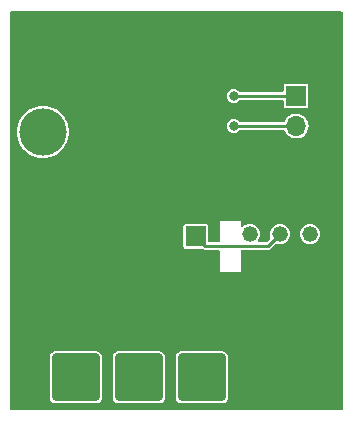
<source format=gbr>
G04 #@! TF.GenerationSoftware,KiCad,Pcbnew,(6.0.1)*
G04 #@! TF.CreationDate,2022-02-05T19:11:42-06:00*
G04 #@! TF.ProjectId,MCF8316A,4d434638-3331-4364-912e-6b696361645f,rev?*
G04 #@! TF.SameCoordinates,Original*
G04 #@! TF.FileFunction,Copper,L2,Bot*
G04 #@! TF.FilePolarity,Positive*
%FSLAX46Y46*%
G04 Gerber Fmt 4.6, Leading zero omitted, Abs format (unit mm)*
G04 Created by KiCad (PCBNEW (6.0.1)) date 2022-02-05 19:11:42*
%MOMM*%
%LPD*%
G01*
G04 APERTURE LIST*
G04 Aperture macros list*
%AMRoundRect*
0 Rectangle with rounded corners*
0 $1 Rounding radius*
0 $2 $3 $4 $5 $6 $7 $8 $9 X,Y pos of 4 corners*
0 Add a 4 corners polygon primitive as box body*
4,1,4,$2,$3,$4,$5,$6,$7,$8,$9,$2,$3,0*
0 Add four circle primitives for the rounded corners*
1,1,$1+$1,$2,$3*
1,1,$1+$1,$4,$5*
1,1,$1+$1,$6,$7*
1,1,$1+$1,$8,$9*
0 Add four rect primitives between the rounded corners*
20,1,$1+$1,$2,$3,$4,$5,0*
20,1,$1+$1,$4,$5,$6,$7,0*
20,1,$1+$1,$6,$7,$8,$9,0*
20,1,$1+$1,$8,$9,$2,$3,0*%
G04 Aperture macros list end*
G04 #@! TA.AperFunction,ComponentPad*
%ADD10RoundRect,0.250000X-1.750000X-1.750000X1.750000X-1.750000X1.750000X1.750000X-1.750000X1.750000X0*%
G04 #@! TD*
G04 #@! TA.AperFunction,ComponentPad*
%ADD11R,1.700000X1.700000*%
G04 #@! TD*
G04 #@! TA.AperFunction,ComponentPad*
%ADD12O,1.700000X1.700000*%
G04 #@! TD*
G04 #@! TA.AperFunction,ComponentPad*
%ADD13RoundRect,0.250000X-1.750000X1.750000X-1.750000X-1.750000X1.750000X-1.750000X1.750000X1.750000X0*%
G04 #@! TD*
G04 #@! TA.AperFunction,ComponentPad*
%ADD14C,4.000000*%
G04 #@! TD*
G04 #@! TA.AperFunction,ComponentPad*
%ADD15C,1.320800*%
G04 #@! TD*
G04 #@! TA.AperFunction,ViaPad*
%ADD16C,0.800000*%
G04 #@! TD*
G04 #@! TA.AperFunction,Conductor*
%ADD17C,0.250000*%
G04 #@! TD*
G04 APERTURE END LIST*
D10*
G04 #@! TO.P,J1,1,Pin_1*
G04 #@! TO.N,/A*
X146812000Y-116078000D03*
G04 #@! TD*
D11*
G04 #@! TO.P,J4,1,Pin_1*
G04 #@! TO.N,/SCL*
X165455600Y-92247800D03*
D12*
G04 #@! TO.P,J4,2,Pin_2*
G04 #@! TO.N,/SDA*
X165455600Y-94787800D03*
G04 #@! TD*
D13*
G04 #@! TO.P,J6,1,Pin_1*
G04 #@! TO.N,GND*
X144018000Y-88094000D03*
D14*
G04 #@! TO.P,J6,2,Pin_2*
G04 #@! TO.N,VDD*
X144018000Y-95294000D03*
G04 #@! TD*
D10*
G04 #@! TO.P,J2,1,Pin_1*
G04 #@! TO.N,/B*
X152146000Y-116078000D03*
G04 #@! TD*
G04 #@! TO.P,J3,1,Pin_1*
G04 #@! TO.N,/C*
X157480000Y-116078000D03*
G04 #@! TD*
D15*
G04 #@! TO.P,VR1,1,1*
G04 #@! TO.N,Net-(R1-Pad2)*
X166624000Y-103949500D03*
G04 #@! TO.P,VR1,2,2*
G04 #@! TO.N,/SPEED*
X164084000Y-103949500D03*
G04 #@! TO.P,VR1,3,3*
G04 #@! TO.N,+3V3*
X161544000Y-103949500D03*
G04 #@! TD*
D11*
G04 #@! TO.P,J5,1,Pin_1*
G04 #@! TO.N,/SPEED*
X156972000Y-104140000D03*
G04 #@! TD*
D16*
G04 #@! TO.N,GND*
X152146000Y-102743000D03*
X151384000Y-95453200D03*
X154813000Y-111760000D03*
X151003000Y-102743000D03*
X160985200Y-118262400D03*
X148082000Y-91694000D03*
X152146000Y-105918000D03*
X142621000Y-111379000D03*
X162204400Y-106578400D03*
X151003000Y-107061000D03*
X142621000Y-109016800D03*
X168910000Y-91846400D03*
X160172400Y-111607600D03*
X153670000Y-91186000D03*
X157988000Y-101854000D03*
X168808400Y-118211600D03*
X168554400Y-85852000D03*
X168960800Y-96977200D03*
X154127200Y-85547200D03*
X150977600Y-100380800D03*
X166928800Y-100076000D03*
X162255200Y-97383600D03*
X142646400Y-114249200D03*
X157632400Y-98958400D03*
X152654000Y-98044000D03*
X152146000Y-103886000D03*
X145034000Y-109016800D03*
X149479000Y-111760000D03*
X154686000Y-98196400D03*
X156514800Y-108610400D03*
X142595600Y-117957600D03*
X168910000Y-109626400D03*
X152146000Y-107061000D03*
X153289000Y-102743000D03*
X168910000Y-104495600D03*
X147574000Y-97840800D03*
X157937200Y-91084400D03*
X163880800Y-102412800D03*
X156159200Y-95605600D03*
X164134800Y-87426800D03*
X155194000Y-101092000D03*
X142240000Y-91440000D03*
X157835600Y-85598000D03*
X160528000Y-102108000D03*
X148640800Y-108254800D03*
X162204400Y-99568000D03*
X158292800Y-105918000D03*
X145084800Y-111252000D03*
X149479000Y-118364000D03*
X147066000Y-109677200D03*
X153289000Y-107061000D03*
X147777200Y-85648800D03*
X162102800Y-93472000D03*
X159512000Y-93472000D03*
X161899600Y-89763600D03*
X155448000Y-106172000D03*
X152146000Y-104902000D03*
X154813000Y-118364000D03*
G04 #@! TO.N,/SCL*
X160184500Y-92252800D03*
G04 #@! TO.N,/SDA*
X160184500Y-94787800D03*
G04 #@! TD*
D17*
G04 #@! TO.N,/SCL*
X160189500Y-92247800D02*
X165455600Y-92247800D01*
X160184500Y-92252800D02*
X160189500Y-92247800D01*
G04 #@! TO.N,/SDA*
X160184500Y-94787800D02*
X165455600Y-94787800D01*
G04 #@! TO.N,/SPEED*
X157766411Y-104934411D02*
X156972000Y-104140000D01*
X157766411Y-104934411D02*
X163099089Y-104934411D01*
X163099089Y-104934411D02*
X164084000Y-103949500D01*
G04 #@! TD*
G04 #@! TA.AperFunction,Conductor*
G04 #@! TO.N,GND*
G36*
X169360121Y-85110002D02*
G01*
X169406614Y-85163658D01*
X169418000Y-85216000D01*
X169418000Y-118746000D01*
X169397998Y-118814121D01*
X169344342Y-118860614D01*
X169292000Y-118872000D01*
X141350000Y-118872000D01*
X141281879Y-118851998D01*
X141235386Y-118798342D01*
X141224000Y-118746000D01*
X141224000Y-117881834D01*
X144611500Y-117881834D01*
X144614481Y-117913369D01*
X144659366Y-118041184D01*
X144664958Y-118048754D01*
X144664959Y-118048757D01*
X144727335Y-118133206D01*
X144739850Y-118150150D01*
X144747421Y-118155742D01*
X144841243Y-118225041D01*
X144841246Y-118225042D01*
X144848816Y-118230634D01*
X144976631Y-118275519D01*
X144984277Y-118276242D01*
X144984278Y-118276242D01*
X144990248Y-118276806D01*
X145008166Y-118278500D01*
X148615834Y-118278500D01*
X148633752Y-118276806D01*
X148639722Y-118276242D01*
X148639723Y-118276242D01*
X148647369Y-118275519D01*
X148775184Y-118230634D01*
X148782754Y-118225042D01*
X148782757Y-118225041D01*
X148876579Y-118155742D01*
X148884150Y-118150150D01*
X148896665Y-118133206D01*
X148959041Y-118048757D01*
X148959042Y-118048754D01*
X148964634Y-118041184D01*
X149009519Y-117913369D01*
X149012500Y-117881834D01*
X149945500Y-117881834D01*
X149948481Y-117913369D01*
X149993366Y-118041184D01*
X149998958Y-118048754D01*
X149998959Y-118048757D01*
X150061335Y-118133206D01*
X150073850Y-118150150D01*
X150081421Y-118155742D01*
X150175243Y-118225041D01*
X150175246Y-118225042D01*
X150182816Y-118230634D01*
X150310631Y-118275519D01*
X150318277Y-118276242D01*
X150318278Y-118276242D01*
X150324248Y-118276806D01*
X150342166Y-118278500D01*
X153949834Y-118278500D01*
X153967752Y-118276806D01*
X153973722Y-118276242D01*
X153973723Y-118276242D01*
X153981369Y-118275519D01*
X154109184Y-118230634D01*
X154116754Y-118225042D01*
X154116757Y-118225041D01*
X154210579Y-118155742D01*
X154218150Y-118150150D01*
X154230665Y-118133206D01*
X154293041Y-118048757D01*
X154293042Y-118048754D01*
X154298634Y-118041184D01*
X154343519Y-117913369D01*
X154346500Y-117881834D01*
X155279500Y-117881834D01*
X155282481Y-117913369D01*
X155327366Y-118041184D01*
X155332958Y-118048754D01*
X155332959Y-118048757D01*
X155395335Y-118133206D01*
X155407850Y-118150150D01*
X155415421Y-118155742D01*
X155509243Y-118225041D01*
X155509246Y-118225042D01*
X155516816Y-118230634D01*
X155644631Y-118275519D01*
X155652277Y-118276242D01*
X155652278Y-118276242D01*
X155658248Y-118276806D01*
X155676166Y-118278500D01*
X159283834Y-118278500D01*
X159301752Y-118276806D01*
X159307722Y-118276242D01*
X159307723Y-118276242D01*
X159315369Y-118275519D01*
X159443184Y-118230634D01*
X159450754Y-118225042D01*
X159450757Y-118225041D01*
X159544579Y-118155742D01*
X159552150Y-118150150D01*
X159564665Y-118133206D01*
X159627041Y-118048757D01*
X159627042Y-118048754D01*
X159632634Y-118041184D01*
X159677519Y-117913369D01*
X159680500Y-117881834D01*
X159680500Y-114274166D01*
X159677519Y-114242631D01*
X159632634Y-114114816D01*
X159627042Y-114107246D01*
X159627041Y-114107243D01*
X159557742Y-114013421D01*
X159552150Y-114005850D01*
X159535206Y-113993335D01*
X159450757Y-113930959D01*
X159450754Y-113930958D01*
X159443184Y-113925366D01*
X159315369Y-113880481D01*
X159307723Y-113879758D01*
X159307722Y-113879758D01*
X159301752Y-113879194D01*
X159283834Y-113877500D01*
X155676166Y-113877500D01*
X155658248Y-113879194D01*
X155652278Y-113879758D01*
X155652277Y-113879758D01*
X155644631Y-113880481D01*
X155516816Y-113925366D01*
X155509246Y-113930958D01*
X155509243Y-113930959D01*
X155424794Y-113993335D01*
X155407850Y-114005850D01*
X155402258Y-114013421D01*
X155332959Y-114107243D01*
X155332958Y-114107246D01*
X155327366Y-114114816D01*
X155282481Y-114242631D01*
X155279500Y-114274166D01*
X155279500Y-117881834D01*
X154346500Y-117881834D01*
X154346500Y-114274166D01*
X154343519Y-114242631D01*
X154298634Y-114114816D01*
X154293042Y-114107246D01*
X154293041Y-114107243D01*
X154223742Y-114013421D01*
X154218150Y-114005850D01*
X154201206Y-113993335D01*
X154116757Y-113930959D01*
X154116754Y-113930958D01*
X154109184Y-113925366D01*
X153981369Y-113880481D01*
X153973723Y-113879758D01*
X153973722Y-113879758D01*
X153967752Y-113879194D01*
X153949834Y-113877500D01*
X150342166Y-113877500D01*
X150324248Y-113879194D01*
X150318278Y-113879758D01*
X150318277Y-113879758D01*
X150310631Y-113880481D01*
X150182816Y-113925366D01*
X150175246Y-113930958D01*
X150175243Y-113930959D01*
X150090794Y-113993335D01*
X150073850Y-114005850D01*
X150068258Y-114013421D01*
X149998959Y-114107243D01*
X149998958Y-114107246D01*
X149993366Y-114114816D01*
X149948481Y-114242631D01*
X149945500Y-114274166D01*
X149945500Y-117881834D01*
X149012500Y-117881834D01*
X149012500Y-114274166D01*
X149009519Y-114242631D01*
X148964634Y-114114816D01*
X148959042Y-114107246D01*
X148959041Y-114107243D01*
X148889742Y-114013421D01*
X148884150Y-114005850D01*
X148867206Y-113993335D01*
X148782757Y-113930959D01*
X148782754Y-113930958D01*
X148775184Y-113925366D01*
X148647369Y-113880481D01*
X148639723Y-113879758D01*
X148639722Y-113879758D01*
X148633752Y-113879194D01*
X148615834Y-113877500D01*
X145008166Y-113877500D01*
X144990248Y-113879194D01*
X144984278Y-113879758D01*
X144984277Y-113879758D01*
X144976631Y-113880481D01*
X144848816Y-113925366D01*
X144841246Y-113930958D01*
X144841243Y-113930959D01*
X144756794Y-113993335D01*
X144739850Y-114005850D01*
X144734258Y-114013421D01*
X144664959Y-114107243D01*
X144664958Y-114107246D01*
X144659366Y-114114816D01*
X144614481Y-114242631D01*
X144611500Y-114274166D01*
X144611500Y-117881834D01*
X141224000Y-117881834D01*
X141224000Y-105009748D01*
X155921500Y-105009748D01*
X155933133Y-105068231D01*
X155977448Y-105134552D01*
X156043769Y-105178867D01*
X156055938Y-105181288D01*
X156055939Y-105181288D01*
X156087698Y-105187605D01*
X156102252Y-105190500D01*
X157524926Y-105190500D01*
X157597198Y-105213288D01*
X157626727Y-105233965D01*
X157637378Y-105236819D01*
X157640545Y-105238296D01*
X157643821Y-105239488D01*
X157653366Y-105244999D01*
X157687110Y-105250949D01*
X157690469Y-105251541D01*
X157701196Y-105253919D01*
X157737604Y-105263675D01*
X157748580Y-105262715D01*
X157748583Y-105262715D01*
X157775154Y-105260390D01*
X157786135Y-105259911D01*
X158878000Y-105259911D01*
X158946121Y-105279913D01*
X158992614Y-105333569D01*
X159004000Y-105385911D01*
X159004000Y-107188000D01*
X160782000Y-107188000D01*
X160782000Y-105385911D01*
X160802002Y-105317790D01*
X160855658Y-105271297D01*
X160908000Y-105259911D01*
X163079379Y-105259911D01*
X163090361Y-105260391D01*
X163116909Y-105262714D01*
X163116911Y-105262714D01*
X163127896Y-105263675D01*
X163164304Y-105253919D01*
X163175031Y-105251541D01*
X163178390Y-105250949D01*
X163212134Y-105244999D01*
X163221679Y-105239488D01*
X163224955Y-105238296D01*
X163228123Y-105236819D01*
X163238773Y-105233965D01*
X163269633Y-105212356D01*
X163278904Y-105206450D01*
X163301995Y-105193118D01*
X163311544Y-105187605D01*
X163335774Y-105158729D01*
X163343200Y-105150626D01*
X163690409Y-104803417D01*
X163752721Y-104769391D01*
X163816012Y-104772556D01*
X163816502Y-104772774D01*
X163822957Y-104774146D01*
X163822960Y-104774147D01*
X163987059Y-104809028D01*
X163987064Y-104809028D01*
X163993516Y-104810400D01*
X164174484Y-104810400D01*
X164180936Y-104809028D01*
X164180941Y-104809028D01*
X164262991Y-104791587D01*
X164351498Y-104772774D01*
X164357529Y-104770089D01*
X164510791Y-104701853D01*
X164510793Y-104701852D01*
X164516821Y-104699168D01*
X164663228Y-104592797D01*
X164681949Y-104572006D01*
X164779900Y-104463220D01*
X164779901Y-104463219D01*
X164784319Y-104458312D01*
X164787619Y-104452596D01*
X164787622Y-104452592D01*
X164871500Y-104307309D01*
X164874803Y-104301588D01*
X164930726Y-104129477D01*
X164949642Y-103949500D01*
X165758358Y-103949500D01*
X165777274Y-104129477D01*
X165833197Y-104301588D01*
X165836500Y-104307309D01*
X165920378Y-104452592D01*
X165920381Y-104452596D01*
X165923681Y-104458312D01*
X165928099Y-104463219D01*
X165928100Y-104463220D01*
X166026052Y-104572006D01*
X166044772Y-104592797D01*
X166191179Y-104699168D01*
X166197207Y-104701852D01*
X166197209Y-104701853D01*
X166350471Y-104770089D01*
X166356502Y-104772774D01*
X166445009Y-104791587D01*
X166527059Y-104809028D01*
X166527064Y-104809028D01*
X166533516Y-104810400D01*
X166714484Y-104810400D01*
X166720936Y-104809028D01*
X166720941Y-104809028D01*
X166802991Y-104791587D01*
X166891498Y-104772774D01*
X166897529Y-104770089D01*
X167050791Y-104701853D01*
X167050793Y-104701852D01*
X167056821Y-104699168D01*
X167203228Y-104592797D01*
X167221949Y-104572006D01*
X167319900Y-104463220D01*
X167319901Y-104463219D01*
X167324319Y-104458312D01*
X167327619Y-104452596D01*
X167327622Y-104452592D01*
X167411500Y-104307309D01*
X167414803Y-104301588D01*
X167470726Y-104129477D01*
X167489642Y-103949500D01*
X167470726Y-103769523D01*
X167414803Y-103597412D01*
X167386000Y-103547523D01*
X167327622Y-103446408D01*
X167327619Y-103446404D01*
X167324319Y-103440688D01*
X167203228Y-103306203D01*
X167126568Y-103250506D01*
X167062163Y-103203713D01*
X167062162Y-103203712D01*
X167056821Y-103199832D01*
X167050793Y-103197148D01*
X167050791Y-103197147D01*
X166897529Y-103128911D01*
X166897528Y-103128911D01*
X166891498Y-103126226D01*
X166802991Y-103107413D01*
X166720941Y-103089972D01*
X166720936Y-103089972D01*
X166714484Y-103088600D01*
X166533516Y-103088600D01*
X166527064Y-103089972D01*
X166527059Y-103089972D01*
X166445009Y-103107413D01*
X166356502Y-103126226D01*
X166350472Y-103128911D01*
X166350471Y-103128911D01*
X166197209Y-103197147D01*
X166197207Y-103197148D01*
X166191179Y-103199832D01*
X166185838Y-103203712D01*
X166185837Y-103203713D01*
X166121432Y-103250506D01*
X166044772Y-103306203D01*
X165923681Y-103440688D01*
X165920381Y-103446404D01*
X165920378Y-103446408D01*
X165862000Y-103547523D01*
X165833197Y-103597412D01*
X165777274Y-103769523D01*
X165758358Y-103949500D01*
X164949642Y-103949500D01*
X164930726Y-103769523D01*
X164874803Y-103597412D01*
X164846000Y-103547523D01*
X164787622Y-103446408D01*
X164787619Y-103446404D01*
X164784319Y-103440688D01*
X164663228Y-103306203D01*
X164586568Y-103250506D01*
X164522163Y-103203713D01*
X164522162Y-103203712D01*
X164516821Y-103199832D01*
X164510793Y-103197148D01*
X164510791Y-103197147D01*
X164357529Y-103128911D01*
X164357528Y-103128911D01*
X164351498Y-103126226D01*
X164262991Y-103107413D01*
X164180941Y-103089972D01*
X164180936Y-103089972D01*
X164174484Y-103088600D01*
X163993516Y-103088600D01*
X163987064Y-103089972D01*
X163987059Y-103089972D01*
X163905009Y-103107413D01*
X163816502Y-103126226D01*
X163810472Y-103128911D01*
X163810471Y-103128911D01*
X163657209Y-103197147D01*
X163657207Y-103197148D01*
X163651179Y-103199832D01*
X163645838Y-103203712D01*
X163645837Y-103203713D01*
X163581432Y-103250506D01*
X163504772Y-103306203D01*
X163383681Y-103440688D01*
X163380381Y-103446404D01*
X163380378Y-103446408D01*
X163322000Y-103547523D01*
X163293197Y-103597412D01*
X163237274Y-103769523D01*
X163218358Y-103949500D01*
X163237274Y-104129477D01*
X163239316Y-104135760D01*
X163264037Y-104211843D01*
X163266065Y-104282811D01*
X163233299Y-104339875D01*
X163001168Y-104572006D01*
X162938856Y-104606032D01*
X162912073Y-104608911D01*
X162375609Y-104608911D01*
X162307488Y-104588909D01*
X162260995Y-104535253D01*
X162250891Y-104464979D01*
X162266489Y-104419912D01*
X162334803Y-104301588D01*
X162390726Y-104129477D01*
X162409642Y-103949500D01*
X162390726Y-103769523D01*
X162334803Y-103597412D01*
X162306000Y-103547523D01*
X162247622Y-103446408D01*
X162247619Y-103446404D01*
X162244319Y-103440688D01*
X162123228Y-103306203D01*
X162046568Y-103250506D01*
X161982163Y-103203713D01*
X161982162Y-103203712D01*
X161976821Y-103199832D01*
X161970793Y-103197148D01*
X161970791Y-103197147D01*
X161817529Y-103128911D01*
X161817528Y-103128911D01*
X161811498Y-103126226D01*
X161722991Y-103107413D01*
X161640941Y-103089972D01*
X161640936Y-103089972D01*
X161634484Y-103088600D01*
X161453516Y-103088600D01*
X161447064Y-103089972D01*
X161447059Y-103089972D01*
X161365009Y-103107413D01*
X161276502Y-103126226D01*
X161270472Y-103128911D01*
X161270471Y-103128911D01*
X161117209Y-103197147D01*
X161117207Y-103197148D01*
X161111179Y-103199832D01*
X161105838Y-103203712D01*
X161105837Y-103203713D01*
X160982061Y-103293642D01*
X160915193Y-103317500D01*
X160846042Y-103301420D01*
X160796562Y-103250506D01*
X160782000Y-103191706D01*
X160782000Y-102870000D01*
X159004000Y-102870000D01*
X159004000Y-104482911D01*
X158983998Y-104551032D01*
X158930342Y-104597525D01*
X158878000Y-104608911D01*
X158148500Y-104608911D01*
X158080379Y-104588909D01*
X158033886Y-104535253D01*
X158022500Y-104482911D01*
X158022500Y-103270252D01*
X158010867Y-103211769D01*
X157966552Y-103145448D01*
X157900231Y-103101133D01*
X157888062Y-103098712D01*
X157888061Y-103098712D01*
X157847816Y-103090707D01*
X157841748Y-103089500D01*
X156102252Y-103089500D01*
X156096184Y-103090707D01*
X156055939Y-103098712D01*
X156055938Y-103098712D01*
X156043769Y-103101133D01*
X155977448Y-103145448D01*
X155933133Y-103211769D01*
X155921500Y-103270252D01*
X155921500Y-105009748D01*
X141224000Y-105009748D01*
X141224000Y-95294000D01*
X141812778Y-95294000D01*
X141813048Y-95298119D01*
X141829398Y-95547566D01*
X141831644Y-95581839D01*
X141832448Y-95585879D01*
X141832448Y-95585882D01*
X141878392Y-95816856D01*
X141887919Y-95864753D01*
X141980641Y-96137902D01*
X142108222Y-96396611D01*
X142268480Y-96636454D01*
X142271194Y-96639548D01*
X142271198Y-96639554D01*
X142455964Y-96850238D01*
X142458673Y-96853327D01*
X142461762Y-96856036D01*
X142672446Y-97040802D01*
X142672452Y-97040806D01*
X142675546Y-97043520D01*
X142678972Y-97045809D01*
X142678977Y-97045813D01*
X142858567Y-97165811D01*
X142915389Y-97203778D01*
X142919088Y-97205602D01*
X142919093Y-97205605D01*
X143170403Y-97329537D01*
X143174098Y-97331359D01*
X143177996Y-97332682D01*
X143177998Y-97332683D01*
X143443337Y-97422754D01*
X143443341Y-97422755D01*
X143447247Y-97424081D01*
X143451291Y-97424885D01*
X143451297Y-97424887D01*
X143726118Y-97479552D01*
X143726121Y-97479552D01*
X143730161Y-97480356D01*
X143734272Y-97480625D01*
X143734276Y-97480626D01*
X144013881Y-97498952D01*
X144018000Y-97499222D01*
X144022119Y-97498952D01*
X144301724Y-97480626D01*
X144301728Y-97480625D01*
X144305839Y-97480356D01*
X144309879Y-97479552D01*
X144309882Y-97479552D01*
X144584703Y-97424887D01*
X144584709Y-97424885D01*
X144588753Y-97424081D01*
X144592659Y-97422755D01*
X144592663Y-97422754D01*
X144858002Y-97332683D01*
X144858004Y-97332682D01*
X144861902Y-97331359D01*
X144865597Y-97329537D01*
X145116907Y-97205605D01*
X145116912Y-97205602D01*
X145120611Y-97203778D01*
X145177433Y-97165811D01*
X145357023Y-97045813D01*
X145357028Y-97045809D01*
X145360454Y-97043520D01*
X145363548Y-97040806D01*
X145363554Y-97040802D01*
X145574238Y-96856036D01*
X145577327Y-96853327D01*
X145580036Y-96850238D01*
X145764802Y-96639554D01*
X145764806Y-96639548D01*
X145767520Y-96636454D01*
X145927778Y-96396611D01*
X146055359Y-96137902D01*
X146148081Y-95864753D01*
X146157609Y-95816856D01*
X146203552Y-95585882D01*
X146203552Y-95585879D01*
X146204356Y-95581839D01*
X146206603Y-95547566D01*
X146222952Y-95298119D01*
X146223222Y-95294000D01*
X146211378Y-95113300D01*
X146204626Y-95010276D01*
X146204625Y-95010272D01*
X146204356Y-95006161D01*
X146161622Y-94791322D01*
X146160921Y-94787800D01*
X159578818Y-94787800D01*
X159599456Y-94944562D01*
X159659964Y-95090641D01*
X159756218Y-95216082D01*
X159881659Y-95312336D01*
X160027738Y-95372844D01*
X160184500Y-95393482D01*
X160192688Y-95392404D01*
X160333074Y-95373922D01*
X160341262Y-95372844D01*
X160487341Y-95312336D01*
X160612782Y-95216082D01*
X160639160Y-95181706D01*
X160653823Y-95162596D01*
X160711161Y-95120729D01*
X160753786Y-95113300D01*
X164364811Y-95113300D01*
X164432932Y-95133302D01*
X164476878Y-95181706D01*
X164568312Y-95359618D01*
X164696277Y-95521070D01*
X164853164Y-95654591D01*
X165032998Y-95755097D01*
X165127838Y-95785913D01*
X165223071Y-95816856D01*
X165223075Y-95816857D01*
X165228929Y-95818759D01*
X165433494Y-95843151D01*
X165439629Y-95842679D01*
X165439631Y-95842679D01*
X165495639Y-95838369D01*
X165638900Y-95827346D01*
X165644830Y-95825690D01*
X165644832Y-95825690D01*
X165831397Y-95773600D01*
X165831396Y-95773600D01*
X165837325Y-95771945D01*
X165842814Y-95769172D01*
X165842820Y-95769170D01*
X166015716Y-95681833D01*
X166021210Y-95679058D01*
X166183551Y-95552224D01*
X166318164Y-95396272D01*
X166338987Y-95359618D01*
X166376263Y-95294000D01*
X166419923Y-95217144D01*
X166484951Y-95021663D01*
X166510771Y-94817274D01*
X166511183Y-94787800D01*
X166491080Y-94582770D01*
X166431535Y-94385549D01*
X166334818Y-94203649D01*
X166261459Y-94113702D01*
X166208506Y-94048775D01*
X166208503Y-94048772D01*
X166204611Y-94044000D01*
X166097001Y-93954977D01*
X166050625Y-93916611D01*
X166050621Y-93916609D01*
X166045875Y-93912682D01*
X165864655Y-93814697D01*
X165667854Y-93753777D01*
X165661729Y-93753133D01*
X165661728Y-93753133D01*
X165469098Y-93732887D01*
X165469096Y-93732887D01*
X165462969Y-93732243D01*
X165402324Y-93737762D01*
X165263942Y-93750355D01*
X165263939Y-93750356D01*
X165257803Y-93750914D01*
X165060172Y-93809080D01*
X164877602Y-93904526D01*
X164872801Y-93908386D01*
X164872798Y-93908388D01*
X164814853Y-93954977D01*
X164717047Y-94033615D01*
X164584624Y-94191430D01*
X164581656Y-94196828D01*
X164581653Y-94196833D01*
X164576660Y-94205916D01*
X164485376Y-94371962D01*
X164483514Y-94377831D01*
X164481085Y-94383499D01*
X164479058Y-94382630D01*
X164444942Y-94433281D01*
X164379740Y-94461375D01*
X164364501Y-94462300D01*
X160753786Y-94462300D01*
X160685665Y-94442298D01*
X160653823Y-94413004D01*
X160617805Y-94366064D01*
X160612782Y-94359518D01*
X160487341Y-94263264D01*
X160341262Y-94202756D01*
X160283056Y-94195093D01*
X160192688Y-94183196D01*
X160184500Y-94182118D01*
X160176312Y-94183196D01*
X160085945Y-94195093D01*
X160027738Y-94202756D01*
X159881659Y-94263264D01*
X159756218Y-94359518D01*
X159659964Y-94484959D01*
X159599456Y-94631038D01*
X159578818Y-94787800D01*
X146160921Y-94787800D01*
X146148887Y-94727297D01*
X146148885Y-94727291D01*
X146148081Y-94723247D01*
X146114191Y-94623409D01*
X146056683Y-94453998D01*
X146056682Y-94453996D01*
X146055359Y-94450098D01*
X146053537Y-94446403D01*
X145929605Y-94195093D01*
X145929602Y-94195088D01*
X145927778Y-94191389D01*
X145889811Y-94134567D01*
X145769813Y-93954977D01*
X145769809Y-93954972D01*
X145767520Y-93951546D01*
X145764806Y-93948452D01*
X145764802Y-93948446D01*
X145580036Y-93737762D01*
X145577327Y-93734673D01*
X145574238Y-93731964D01*
X145363554Y-93547198D01*
X145363548Y-93547194D01*
X145360454Y-93544480D01*
X145357028Y-93542191D01*
X145357023Y-93542187D01*
X145124044Y-93386516D01*
X145120611Y-93384222D01*
X145116912Y-93382398D01*
X145116907Y-93382395D01*
X144865597Y-93258463D01*
X144865595Y-93258462D01*
X144861902Y-93256641D01*
X144858002Y-93255317D01*
X144592663Y-93165246D01*
X144592659Y-93165245D01*
X144588753Y-93163919D01*
X144584709Y-93163115D01*
X144584703Y-93163113D01*
X144309882Y-93108448D01*
X144309879Y-93108448D01*
X144305839Y-93107644D01*
X144301728Y-93107375D01*
X144301724Y-93107374D01*
X144022119Y-93089048D01*
X144018000Y-93088778D01*
X144013881Y-93089048D01*
X143734276Y-93107374D01*
X143734272Y-93107375D01*
X143730161Y-93107644D01*
X143726121Y-93108448D01*
X143726118Y-93108448D01*
X143451297Y-93163113D01*
X143451291Y-93163115D01*
X143447247Y-93163919D01*
X143443341Y-93165245D01*
X143443337Y-93165246D01*
X143177998Y-93255317D01*
X143174098Y-93256641D01*
X143170405Y-93258462D01*
X143170403Y-93258463D01*
X142919093Y-93382395D01*
X142919088Y-93382398D01*
X142915389Y-93384222D01*
X142911956Y-93386516D01*
X142678977Y-93542187D01*
X142678972Y-93542191D01*
X142675546Y-93544480D01*
X142672452Y-93547194D01*
X142672446Y-93547198D01*
X142461762Y-93731964D01*
X142458673Y-93734673D01*
X142455964Y-93737762D01*
X142271198Y-93948446D01*
X142271194Y-93948452D01*
X142268480Y-93951546D01*
X142266191Y-93954972D01*
X142266187Y-93954977D01*
X142146189Y-94134567D01*
X142108222Y-94191389D01*
X142106398Y-94195088D01*
X142106395Y-94195093D01*
X141982463Y-94446403D01*
X141980641Y-94450098D01*
X141979318Y-94453996D01*
X141979317Y-94453998D01*
X141921810Y-94623409D01*
X141887919Y-94723247D01*
X141887115Y-94727291D01*
X141887113Y-94727297D01*
X141874378Y-94791322D01*
X141831644Y-95006161D01*
X141831375Y-95010272D01*
X141831374Y-95010276D01*
X141824622Y-95113300D01*
X141812778Y-95294000D01*
X141224000Y-95294000D01*
X141224000Y-92252800D01*
X159578818Y-92252800D01*
X159599456Y-92409562D01*
X159659964Y-92555641D01*
X159756218Y-92681082D01*
X159881659Y-92777336D01*
X160027738Y-92837844D01*
X160184500Y-92858482D01*
X160192688Y-92857404D01*
X160333074Y-92838922D01*
X160341262Y-92837844D01*
X160487341Y-92777336D01*
X160612782Y-92681082D01*
X160617805Y-92674536D01*
X160617809Y-92674532D01*
X160657661Y-92622596D01*
X160714999Y-92580729D01*
X160757623Y-92573300D01*
X164279100Y-92573300D01*
X164347221Y-92593302D01*
X164393714Y-92646958D01*
X164405100Y-92699300D01*
X164405100Y-93117548D01*
X164416733Y-93176031D01*
X164461048Y-93242352D01*
X164527369Y-93286667D01*
X164539538Y-93289088D01*
X164539539Y-93289088D01*
X164579784Y-93297093D01*
X164585852Y-93298300D01*
X166325348Y-93298300D01*
X166331416Y-93297093D01*
X166371661Y-93289088D01*
X166371662Y-93289088D01*
X166383831Y-93286667D01*
X166450152Y-93242352D01*
X166494467Y-93176031D01*
X166506100Y-93117548D01*
X166506100Y-91378052D01*
X166494467Y-91319569D01*
X166450152Y-91253248D01*
X166383831Y-91208933D01*
X166371662Y-91206512D01*
X166371661Y-91206512D01*
X166331416Y-91198507D01*
X166325348Y-91197300D01*
X164585852Y-91197300D01*
X164579784Y-91198507D01*
X164539539Y-91206512D01*
X164539538Y-91206512D01*
X164527369Y-91208933D01*
X164461048Y-91253248D01*
X164416733Y-91319569D01*
X164405100Y-91378052D01*
X164405100Y-91796300D01*
X164385098Y-91864421D01*
X164331442Y-91910914D01*
X164279100Y-91922300D01*
X160749949Y-91922300D01*
X160681828Y-91902298D01*
X160649987Y-91873004D01*
X160617811Y-91831071D01*
X160617808Y-91831068D01*
X160612782Y-91824518D01*
X160576008Y-91796300D01*
X160493892Y-91733291D01*
X160487341Y-91728264D01*
X160341262Y-91667756D01*
X160184500Y-91647118D01*
X160027738Y-91667756D01*
X159881659Y-91728264D01*
X159756218Y-91824518D01*
X159659964Y-91949959D01*
X159599456Y-92096038D01*
X159578818Y-92252800D01*
X141224000Y-92252800D01*
X141224000Y-85216000D01*
X141244002Y-85147879D01*
X141297658Y-85101386D01*
X141350000Y-85090000D01*
X169292000Y-85090000D01*
X169360121Y-85110002D01*
G37*
G04 #@! TD.AperFunction*
G04 #@! TD*
M02*

</source>
